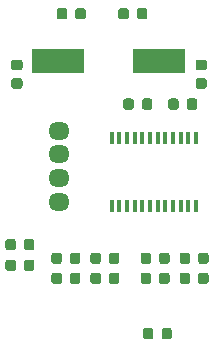
<source format=gtp>
G04 #@! TF.GenerationSoftware,KiCad,Pcbnew,(5.1.2)-1*
G04 #@! TF.CreationDate,2019-11-04T01:50:09+09:00*
G04 #@! TF.ProjectId,IR,49522e6b-6963-4616-945f-706362585858,v1.1*
G04 #@! TF.SameCoordinates,Original*
G04 #@! TF.FileFunction,Paste,Top*
G04 #@! TF.FilePolarity,Positive*
%FSLAX46Y46*%
G04 Gerber Fmt 4.6, Leading zero omitted, Abs format (unit mm)*
G04 Created by KiCad (PCBNEW (5.1.2)-1) date 2019-11-04 01:50:09*
%MOMM*%
%LPD*%
G04 APERTURE LIST*
%ADD10O,1.800000X1.524000*%
%ADD11C,0.050000*%
%ADD12C,0.875000*%
%ADD13R,4.500000X2.000000*%
%ADD14R,0.400000X1.100000*%
G04 APERTURE END LIST*
D10*
X185200000Y-114000000D03*
X185200000Y-112000000D03*
X185200000Y-110000000D03*
X185200000Y-108000000D03*
D11*
G36*
X192865691Y-105276053D02*
G01*
X192886926Y-105279203D01*
X192907750Y-105284419D01*
X192927962Y-105291651D01*
X192947368Y-105300830D01*
X192965781Y-105311866D01*
X192983024Y-105324654D01*
X192998930Y-105339070D01*
X193013346Y-105354976D01*
X193026134Y-105372219D01*
X193037170Y-105390632D01*
X193046349Y-105410038D01*
X193053581Y-105430250D01*
X193058797Y-105451074D01*
X193061947Y-105472309D01*
X193063000Y-105493750D01*
X193063000Y-106006250D01*
X193061947Y-106027691D01*
X193058797Y-106048926D01*
X193053581Y-106069750D01*
X193046349Y-106089962D01*
X193037170Y-106109368D01*
X193026134Y-106127781D01*
X193013346Y-106145024D01*
X192998930Y-106160930D01*
X192983024Y-106175346D01*
X192965781Y-106188134D01*
X192947368Y-106199170D01*
X192927962Y-106208349D01*
X192907750Y-106215581D01*
X192886926Y-106220797D01*
X192865691Y-106223947D01*
X192844250Y-106225000D01*
X192406750Y-106225000D01*
X192385309Y-106223947D01*
X192364074Y-106220797D01*
X192343250Y-106215581D01*
X192323038Y-106208349D01*
X192303632Y-106199170D01*
X192285219Y-106188134D01*
X192267976Y-106175346D01*
X192252070Y-106160930D01*
X192237654Y-106145024D01*
X192224866Y-106127781D01*
X192213830Y-106109368D01*
X192204651Y-106089962D01*
X192197419Y-106069750D01*
X192192203Y-106048926D01*
X192189053Y-106027691D01*
X192188000Y-106006250D01*
X192188000Y-105493750D01*
X192189053Y-105472309D01*
X192192203Y-105451074D01*
X192197419Y-105430250D01*
X192204651Y-105410038D01*
X192213830Y-105390632D01*
X192224866Y-105372219D01*
X192237654Y-105354976D01*
X192252070Y-105339070D01*
X192267976Y-105324654D01*
X192285219Y-105311866D01*
X192303632Y-105300830D01*
X192323038Y-105291651D01*
X192343250Y-105284419D01*
X192364074Y-105279203D01*
X192385309Y-105276053D01*
X192406750Y-105275000D01*
X192844250Y-105275000D01*
X192865691Y-105276053D01*
X192865691Y-105276053D01*
G37*
D12*
X192625500Y-105750000D03*
D11*
G36*
X191290691Y-105276053D02*
G01*
X191311926Y-105279203D01*
X191332750Y-105284419D01*
X191352962Y-105291651D01*
X191372368Y-105300830D01*
X191390781Y-105311866D01*
X191408024Y-105324654D01*
X191423930Y-105339070D01*
X191438346Y-105354976D01*
X191451134Y-105372219D01*
X191462170Y-105390632D01*
X191471349Y-105410038D01*
X191478581Y-105430250D01*
X191483797Y-105451074D01*
X191486947Y-105472309D01*
X191488000Y-105493750D01*
X191488000Y-106006250D01*
X191486947Y-106027691D01*
X191483797Y-106048926D01*
X191478581Y-106069750D01*
X191471349Y-106089962D01*
X191462170Y-106109368D01*
X191451134Y-106127781D01*
X191438346Y-106145024D01*
X191423930Y-106160930D01*
X191408024Y-106175346D01*
X191390781Y-106188134D01*
X191372368Y-106199170D01*
X191352962Y-106208349D01*
X191332750Y-106215581D01*
X191311926Y-106220797D01*
X191290691Y-106223947D01*
X191269250Y-106225000D01*
X190831750Y-106225000D01*
X190810309Y-106223947D01*
X190789074Y-106220797D01*
X190768250Y-106215581D01*
X190748038Y-106208349D01*
X190728632Y-106199170D01*
X190710219Y-106188134D01*
X190692976Y-106175346D01*
X190677070Y-106160930D01*
X190662654Y-106145024D01*
X190649866Y-106127781D01*
X190638830Y-106109368D01*
X190629651Y-106089962D01*
X190622419Y-106069750D01*
X190617203Y-106048926D01*
X190614053Y-106027691D01*
X190613000Y-106006250D01*
X190613000Y-105493750D01*
X190614053Y-105472309D01*
X190617203Y-105451074D01*
X190622419Y-105430250D01*
X190629651Y-105410038D01*
X190638830Y-105390632D01*
X190649866Y-105372219D01*
X190662654Y-105354976D01*
X190677070Y-105339070D01*
X190692976Y-105324654D01*
X190710219Y-105311866D01*
X190728632Y-105300830D01*
X190748038Y-105291651D01*
X190768250Y-105284419D01*
X190789074Y-105279203D01*
X190810309Y-105276053D01*
X190831750Y-105275000D01*
X191269250Y-105275000D01*
X191290691Y-105276053D01*
X191290691Y-105276053D01*
G37*
D12*
X191050500Y-105750000D03*
D11*
G36*
X197477691Y-101988053D02*
G01*
X197498926Y-101991203D01*
X197519750Y-101996419D01*
X197539962Y-102003651D01*
X197559368Y-102012830D01*
X197577781Y-102023866D01*
X197595024Y-102036654D01*
X197610930Y-102051070D01*
X197625346Y-102066976D01*
X197638134Y-102084219D01*
X197649170Y-102102632D01*
X197658349Y-102122038D01*
X197665581Y-102142250D01*
X197670797Y-102163074D01*
X197673947Y-102184309D01*
X197675000Y-102205750D01*
X197675000Y-102643250D01*
X197673947Y-102664691D01*
X197670797Y-102685926D01*
X197665581Y-102706750D01*
X197658349Y-102726962D01*
X197649170Y-102746368D01*
X197638134Y-102764781D01*
X197625346Y-102782024D01*
X197610930Y-102797930D01*
X197595024Y-102812346D01*
X197577781Y-102825134D01*
X197559368Y-102836170D01*
X197539962Y-102845349D01*
X197519750Y-102852581D01*
X197498926Y-102857797D01*
X197477691Y-102860947D01*
X197456250Y-102862000D01*
X196943750Y-102862000D01*
X196922309Y-102860947D01*
X196901074Y-102857797D01*
X196880250Y-102852581D01*
X196860038Y-102845349D01*
X196840632Y-102836170D01*
X196822219Y-102825134D01*
X196804976Y-102812346D01*
X196789070Y-102797930D01*
X196774654Y-102782024D01*
X196761866Y-102764781D01*
X196750830Y-102746368D01*
X196741651Y-102726962D01*
X196734419Y-102706750D01*
X196729203Y-102685926D01*
X196726053Y-102664691D01*
X196725000Y-102643250D01*
X196725000Y-102205750D01*
X196726053Y-102184309D01*
X196729203Y-102163074D01*
X196734419Y-102142250D01*
X196741651Y-102122038D01*
X196750830Y-102102632D01*
X196761866Y-102084219D01*
X196774654Y-102066976D01*
X196789070Y-102051070D01*
X196804976Y-102036654D01*
X196822219Y-102023866D01*
X196840632Y-102012830D01*
X196860038Y-102003651D01*
X196880250Y-101996419D01*
X196901074Y-101991203D01*
X196922309Y-101988053D01*
X196943750Y-101987000D01*
X197456250Y-101987000D01*
X197477691Y-101988053D01*
X197477691Y-101988053D01*
G37*
D12*
X197200000Y-102424500D03*
D11*
G36*
X197477691Y-103563053D02*
G01*
X197498926Y-103566203D01*
X197519750Y-103571419D01*
X197539962Y-103578651D01*
X197559368Y-103587830D01*
X197577781Y-103598866D01*
X197595024Y-103611654D01*
X197610930Y-103626070D01*
X197625346Y-103641976D01*
X197638134Y-103659219D01*
X197649170Y-103677632D01*
X197658349Y-103697038D01*
X197665581Y-103717250D01*
X197670797Y-103738074D01*
X197673947Y-103759309D01*
X197675000Y-103780750D01*
X197675000Y-104218250D01*
X197673947Y-104239691D01*
X197670797Y-104260926D01*
X197665581Y-104281750D01*
X197658349Y-104301962D01*
X197649170Y-104321368D01*
X197638134Y-104339781D01*
X197625346Y-104357024D01*
X197610930Y-104372930D01*
X197595024Y-104387346D01*
X197577781Y-104400134D01*
X197559368Y-104411170D01*
X197539962Y-104420349D01*
X197519750Y-104427581D01*
X197498926Y-104432797D01*
X197477691Y-104435947D01*
X197456250Y-104437000D01*
X196943750Y-104437000D01*
X196922309Y-104435947D01*
X196901074Y-104432797D01*
X196880250Y-104427581D01*
X196860038Y-104420349D01*
X196840632Y-104411170D01*
X196822219Y-104400134D01*
X196804976Y-104387346D01*
X196789070Y-104372930D01*
X196774654Y-104357024D01*
X196761866Y-104339781D01*
X196750830Y-104321368D01*
X196741651Y-104301962D01*
X196734419Y-104281750D01*
X196729203Y-104260926D01*
X196726053Y-104239691D01*
X196725000Y-104218250D01*
X196725000Y-103780750D01*
X196726053Y-103759309D01*
X196729203Y-103738074D01*
X196734419Y-103717250D01*
X196741651Y-103697038D01*
X196750830Y-103677632D01*
X196761866Y-103659219D01*
X196774654Y-103641976D01*
X196789070Y-103626070D01*
X196804976Y-103611654D01*
X196822219Y-103598866D01*
X196840632Y-103587830D01*
X196860038Y-103578651D01*
X196880250Y-103571419D01*
X196901074Y-103566203D01*
X196922309Y-103563053D01*
X196943750Y-103562000D01*
X197456250Y-103562000D01*
X197477691Y-103563053D01*
X197477691Y-103563053D01*
G37*
D12*
X197200000Y-103999500D03*
D11*
G36*
X181877691Y-103563053D02*
G01*
X181898926Y-103566203D01*
X181919750Y-103571419D01*
X181939962Y-103578651D01*
X181959368Y-103587830D01*
X181977781Y-103598866D01*
X181995024Y-103611654D01*
X182010930Y-103626070D01*
X182025346Y-103641976D01*
X182038134Y-103659219D01*
X182049170Y-103677632D01*
X182058349Y-103697038D01*
X182065581Y-103717250D01*
X182070797Y-103738074D01*
X182073947Y-103759309D01*
X182075000Y-103780750D01*
X182075000Y-104218250D01*
X182073947Y-104239691D01*
X182070797Y-104260926D01*
X182065581Y-104281750D01*
X182058349Y-104301962D01*
X182049170Y-104321368D01*
X182038134Y-104339781D01*
X182025346Y-104357024D01*
X182010930Y-104372930D01*
X181995024Y-104387346D01*
X181977781Y-104400134D01*
X181959368Y-104411170D01*
X181939962Y-104420349D01*
X181919750Y-104427581D01*
X181898926Y-104432797D01*
X181877691Y-104435947D01*
X181856250Y-104437000D01*
X181343750Y-104437000D01*
X181322309Y-104435947D01*
X181301074Y-104432797D01*
X181280250Y-104427581D01*
X181260038Y-104420349D01*
X181240632Y-104411170D01*
X181222219Y-104400134D01*
X181204976Y-104387346D01*
X181189070Y-104372930D01*
X181174654Y-104357024D01*
X181161866Y-104339781D01*
X181150830Y-104321368D01*
X181141651Y-104301962D01*
X181134419Y-104281750D01*
X181129203Y-104260926D01*
X181126053Y-104239691D01*
X181125000Y-104218250D01*
X181125000Y-103780750D01*
X181126053Y-103759309D01*
X181129203Y-103738074D01*
X181134419Y-103717250D01*
X181141651Y-103697038D01*
X181150830Y-103677632D01*
X181161866Y-103659219D01*
X181174654Y-103641976D01*
X181189070Y-103626070D01*
X181204976Y-103611654D01*
X181222219Y-103598866D01*
X181240632Y-103587830D01*
X181260038Y-103578651D01*
X181280250Y-103571419D01*
X181301074Y-103566203D01*
X181322309Y-103563053D01*
X181343750Y-103562000D01*
X181856250Y-103562000D01*
X181877691Y-103563053D01*
X181877691Y-103563053D01*
G37*
D12*
X181600000Y-103999500D03*
D11*
G36*
X181877691Y-101988053D02*
G01*
X181898926Y-101991203D01*
X181919750Y-101996419D01*
X181939962Y-102003651D01*
X181959368Y-102012830D01*
X181977781Y-102023866D01*
X181995024Y-102036654D01*
X182010930Y-102051070D01*
X182025346Y-102066976D01*
X182038134Y-102084219D01*
X182049170Y-102102632D01*
X182058349Y-102122038D01*
X182065581Y-102142250D01*
X182070797Y-102163074D01*
X182073947Y-102184309D01*
X182075000Y-102205750D01*
X182075000Y-102643250D01*
X182073947Y-102664691D01*
X182070797Y-102685926D01*
X182065581Y-102706750D01*
X182058349Y-102726962D01*
X182049170Y-102746368D01*
X182038134Y-102764781D01*
X182025346Y-102782024D01*
X182010930Y-102797930D01*
X181995024Y-102812346D01*
X181977781Y-102825134D01*
X181959368Y-102836170D01*
X181939962Y-102845349D01*
X181919750Y-102852581D01*
X181898926Y-102857797D01*
X181877691Y-102860947D01*
X181856250Y-102862000D01*
X181343750Y-102862000D01*
X181322309Y-102860947D01*
X181301074Y-102857797D01*
X181280250Y-102852581D01*
X181260038Y-102845349D01*
X181240632Y-102836170D01*
X181222219Y-102825134D01*
X181204976Y-102812346D01*
X181189070Y-102797930D01*
X181174654Y-102782024D01*
X181161866Y-102764781D01*
X181150830Y-102746368D01*
X181141651Y-102726962D01*
X181134419Y-102706750D01*
X181129203Y-102685926D01*
X181126053Y-102664691D01*
X181125000Y-102643250D01*
X181125000Y-102205750D01*
X181126053Y-102184309D01*
X181129203Y-102163074D01*
X181134419Y-102142250D01*
X181141651Y-102122038D01*
X181150830Y-102102632D01*
X181161866Y-102084219D01*
X181174654Y-102066976D01*
X181189070Y-102051070D01*
X181204976Y-102036654D01*
X181222219Y-102023866D01*
X181240632Y-102012830D01*
X181260038Y-102003651D01*
X181280250Y-101996419D01*
X181301074Y-101991203D01*
X181322309Y-101988053D01*
X181343750Y-101987000D01*
X181856250Y-101987000D01*
X181877691Y-101988053D01*
X181877691Y-101988053D01*
G37*
D12*
X181600000Y-102424500D03*
D11*
G36*
X187227691Y-97626053D02*
G01*
X187248926Y-97629203D01*
X187269750Y-97634419D01*
X187289962Y-97641651D01*
X187309368Y-97650830D01*
X187327781Y-97661866D01*
X187345024Y-97674654D01*
X187360930Y-97689070D01*
X187375346Y-97704976D01*
X187388134Y-97722219D01*
X187399170Y-97740632D01*
X187408349Y-97760038D01*
X187415581Y-97780250D01*
X187420797Y-97801074D01*
X187423947Y-97822309D01*
X187425000Y-97843750D01*
X187425000Y-98356250D01*
X187423947Y-98377691D01*
X187420797Y-98398926D01*
X187415581Y-98419750D01*
X187408349Y-98439962D01*
X187399170Y-98459368D01*
X187388134Y-98477781D01*
X187375346Y-98495024D01*
X187360930Y-98510930D01*
X187345024Y-98525346D01*
X187327781Y-98538134D01*
X187309368Y-98549170D01*
X187289962Y-98558349D01*
X187269750Y-98565581D01*
X187248926Y-98570797D01*
X187227691Y-98573947D01*
X187206250Y-98575000D01*
X186768750Y-98575000D01*
X186747309Y-98573947D01*
X186726074Y-98570797D01*
X186705250Y-98565581D01*
X186685038Y-98558349D01*
X186665632Y-98549170D01*
X186647219Y-98538134D01*
X186629976Y-98525346D01*
X186614070Y-98510930D01*
X186599654Y-98495024D01*
X186586866Y-98477781D01*
X186575830Y-98459368D01*
X186566651Y-98439962D01*
X186559419Y-98419750D01*
X186554203Y-98398926D01*
X186551053Y-98377691D01*
X186550000Y-98356250D01*
X186550000Y-97843750D01*
X186551053Y-97822309D01*
X186554203Y-97801074D01*
X186559419Y-97780250D01*
X186566651Y-97760038D01*
X186575830Y-97740632D01*
X186586866Y-97722219D01*
X186599654Y-97704976D01*
X186614070Y-97689070D01*
X186629976Y-97674654D01*
X186647219Y-97661866D01*
X186665632Y-97650830D01*
X186685038Y-97641651D01*
X186705250Y-97634419D01*
X186726074Y-97629203D01*
X186747309Y-97626053D01*
X186768750Y-97625000D01*
X187206250Y-97625000D01*
X187227691Y-97626053D01*
X187227691Y-97626053D01*
G37*
D12*
X186987500Y-98100000D03*
D11*
G36*
X185652691Y-97626053D02*
G01*
X185673926Y-97629203D01*
X185694750Y-97634419D01*
X185714962Y-97641651D01*
X185734368Y-97650830D01*
X185752781Y-97661866D01*
X185770024Y-97674654D01*
X185785930Y-97689070D01*
X185800346Y-97704976D01*
X185813134Y-97722219D01*
X185824170Y-97740632D01*
X185833349Y-97760038D01*
X185840581Y-97780250D01*
X185845797Y-97801074D01*
X185848947Y-97822309D01*
X185850000Y-97843750D01*
X185850000Y-98356250D01*
X185848947Y-98377691D01*
X185845797Y-98398926D01*
X185840581Y-98419750D01*
X185833349Y-98439962D01*
X185824170Y-98459368D01*
X185813134Y-98477781D01*
X185800346Y-98495024D01*
X185785930Y-98510930D01*
X185770024Y-98525346D01*
X185752781Y-98538134D01*
X185734368Y-98549170D01*
X185714962Y-98558349D01*
X185694750Y-98565581D01*
X185673926Y-98570797D01*
X185652691Y-98573947D01*
X185631250Y-98575000D01*
X185193750Y-98575000D01*
X185172309Y-98573947D01*
X185151074Y-98570797D01*
X185130250Y-98565581D01*
X185110038Y-98558349D01*
X185090632Y-98549170D01*
X185072219Y-98538134D01*
X185054976Y-98525346D01*
X185039070Y-98510930D01*
X185024654Y-98495024D01*
X185011866Y-98477781D01*
X185000830Y-98459368D01*
X184991651Y-98439962D01*
X184984419Y-98419750D01*
X184979203Y-98398926D01*
X184976053Y-98377691D01*
X184975000Y-98356250D01*
X184975000Y-97843750D01*
X184976053Y-97822309D01*
X184979203Y-97801074D01*
X184984419Y-97780250D01*
X184991651Y-97760038D01*
X185000830Y-97740632D01*
X185011866Y-97722219D01*
X185024654Y-97704976D01*
X185039070Y-97689070D01*
X185054976Y-97674654D01*
X185072219Y-97661866D01*
X185090632Y-97650830D01*
X185110038Y-97641651D01*
X185130250Y-97634419D01*
X185151074Y-97629203D01*
X185172309Y-97626053D01*
X185193750Y-97625000D01*
X185631250Y-97625000D01*
X185652691Y-97626053D01*
X185652691Y-97626053D01*
G37*
D12*
X185412500Y-98100000D03*
D11*
G36*
X188502691Y-120026053D02*
G01*
X188523926Y-120029203D01*
X188544750Y-120034419D01*
X188564962Y-120041651D01*
X188584368Y-120050830D01*
X188602781Y-120061866D01*
X188620024Y-120074654D01*
X188635930Y-120089070D01*
X188650346Y-120104976D01*
X188663134Y-120122219D01*
X188674170Y-120140632D01*
X188683349Y-120160038D01*
X188690581Y-120180250D01*
X188695797Y-120201074D01*
X188698947Y-120222309D01*
X188700000Y-120243750D01*
X188700000Y-120756250D01*
X188698947Y-120777691D01*
X188695797Y-120798926D01*
X188690581Y-120819750D01*
X188683349Y-120839962D01*
X188674170Y-120859368D01*
X188663134Y-120877781D01*
X188650346Y-120895024D01*
X188635930Y-120910930D01*
X188620024Y-120925346D01*
X188602781Y-120938134D01*
X188584368Y-120949170D01*
X188564962Y-120958349D01*
X188544750Y-120965581D01*
X188523926Y-120970797D01*
X188502691Y-120973947D01*
X188481250Y-120975000D01*
X188043750Y-120975000D01*
X188022309Y-120973947D01*
X188001074Y-120970797D01*
X187980250Y-120965581D01*
X187960038Y-120958349D01*
X187940632Y-120949170D01*
X187922219Y-120938134D01*
X187904976Y-120925346D01*
X187889070Y-120910930D01*
X187874654Y-120895024D01*
X187861866Y-120877781D01*
X187850830Y-120859368D01*
X187841651Y-120839962D01*
X187834419Y-120819750D01*
X187829203Y-120798926D01*
X187826053Y-120777691D01*
X187825000Y-120756250D01*
X187825000Y-120243750D01*
X187826053Y-120222309D01*
X187829203Y-120201074D01*
X187834419Y-120180250D01*
X187841651Y-120160038D01*
X187850830Y-120140632D01*
X187861866Y-120122219D01*
X187874654Y-120104976D01*
X187889070Y-120089070D01*
X187904976Y-120074654D01*
X187922219Y-120061866D01*
X187940632Y-120050830D01*
X187960038Y-120041651D01*
X187980250Y-120034419D01*
X188001074Y-120029203D01*
X188022309Y-120026053D01*
X188043750Y-120025000D01*
X188481250Y-120025000D01*
X188502691Y-120026053D01*
X188502691Y-120026053D01*
G37*
D12*
X188262500Y-120500000D03*
D11*
G36*
X190077691Y-120026053D02*
G01*
X190098926Y-120029203D01*
X190119750Y-120034419D01*
X190139962Y-120041651D01*
X190159368Y-120050830D01*
X190177781Y-120061866D01*
X190195024Y-120074654D01*
X190210930Y-120089070D01*
X190225346Y-120104976D01*
X190238134Y-120122219D01*
X190249170Y-120140632D01*
X190258349Y-120160038D01*
X190265581Y-120180250D01*
X190270797Y-120201074D01*
X190273947Y-120222309D01*
X190275000Y-120243750D01*
X190275000Y-120756250D01*
X190273947Y-120777691D01*
X190270797Y-120798926D01*
X190265581Y-120819750D01*
X190258349Y-120839962D01*
X190249170Y-120859368D01*
X190238134Y-120877781D01*
X190225346Y-120895024D01*
X190210930Y-120910930D01*
X190195024Y-120925346D01*
X190177781Y-120938134D01*
X190159368Y-120949170D01*
X190139962Y-120958349D01*
X190119750Y-120965581D01*
X190098926Y-120970797D01*
X190077691Y-120973947D01*
X190056250Y-120975000D01*
X189618750Y-120975000D01*
X189597309Y-120973947D01*
X189576074Y-120970797D01*
X189555250Y-120965581D01*
X189535038Y-120958349D01*
X189515632Y-120949170D01*
X189497219Y-120938134D01*
X189479976Y-120925346D01*
X189464070Y-120910930D01*
X189449654Y-120895024D01*
X189436866Y-120877781D01*
X189425830Y-120859368D01*
X189416651Y-120839962D01*
X189409419Y-120819750D01*
X189404203Y-120798926D01*
X189401053Y-120777691D01*
X189400000Y-120756250D01*
X189400000Y-120243750D01*
X189401053Y-120222309D01*
X189404203Y-120201074D01*
X189409419Y-120180250D01*
X189416651Y-120160038D01*
X189425830Y-120140632D01*
X189436866Y-120122219D01*
X189449654Y-120104976D01*
X189464070Y-120089070D01*
X189479976Y-120074654D01*
X189497219Y-120061866D01*
X189515632Y-120050830D01*
X189535038Y-120041651D01*
X189555250Y-120034419D01*
X189576074Y-120029203D01*
X189597309Y-120026053D01*
X189618750Y-120025000D01*
X190056250Y-120025000D01*
X190077691Y-120026053D01*
X190077691Y-120026053D01*
G37*
D12*
X189837500Y-120500000D03*
D11*
G36*
X186777691Y-120026053D02*
G01*
X186798926Y-120029203D01*
X186819750Y-120034419D01*
X186839962Y-120041651D01*
X186859368Y-120050830D01*
X186877781Y-120061866D01*
X186895024Y-120074654D01*
X186910930Y-120089070D01*
X186925346Y-120104976D01*
X186938134Y-120122219D01*
X186949170Y-120140632D01*
X186958349Y-120160038D01*
X186965581Y-120180250D01*
X186970797Y-120201074D01*
X186973947Y-120222309D01*
X186975000Y-120243750D01*
X186975000Y-120756250D01*
X186973947Y-120777691D01*
X186970797Y-120798926D01*
X186965581Y-120819750D01*
X186958349Y-120839962D01*
X186949170Y-120859368D01*
X186938134Y-120877781D01*
X186925346Y-120895024D01*
X186910930Y-120910930D01*
X186895024Y-120925346D01*
X186877781Y-120938134D01*
X186859368Y-120949170D01*
X186839962Y-120958349D01*
X186819750Y-120965581D01*
X186798926Y-120970797D01*
X186777691Y-120973947D01*
X186756250Y-120975000D01*
X186318750Y-120975000D01*
X186297309Y-120973947D01*
X186276074Y-120970797D01*
X186255250Y-120965581D01*
X186235038Y-120958349D01*
X186215632Y-120949170D01*
X186197219Y-120938134D01*
X186179976Y-120925346D01*
X186164070Y-120910930D01*
X186149654Y-120895024D01*
X186136866Y-120877781D01*
X186125830Y-120859368D01*
X186116651Y-120839962D01*
X186109419Y-120819750D01*
X186104203Y-120798926D01*
X186101053Y-120777691D01*
X186100000Y-120756250D01*
X186100000Y-120243750D01*
X186101053Y-120222309D01*
X186104203Y-120201074D01*
X186109419Y-120180250D01*
X186116651Y-120160038D01*
X186125830Y-120140632D01*
X186136866Y-120122219D01*
X186149654Y-120104976D01*
X186164070Y-120089070D01*
X186179976Y-120074654D01*
X186197219Y-120061866D01*
X186215632Y-120050830D01*
X186235038Y-120041651D01*
X186255250Y-120034419D01*
X186276074Y-120029203D01*
X186297309Y-120026053D01*
X186318750Y-120025000D01*
X186756250Y-120025000D01*
X186777691Y-120026053D01*
X186777691Y-120026053D01*
G37*
D12*
X186537500Y-120500000D03*
D11*
G36*
X185202691Y-120026053D02*
G01*
X185223926Y-120029203D01*
X185244750Y-120034419D01*
X185264962Y-120041651D01*
X185284368Y-120050830D01*
X185302781Y-120061866D01*
X185320024Y-120074654D01*
X185335930Y-120089070D01*
X185350346Y-120104976D01*
X185363134Y-120122219D01*
X185374170Y-120140632D01*
X185383349Y-120160038D01*
X185390581Y-120180250D01*
X185395797Y-120201074D01*
X185398947Y-120222309D01*
X185400000Y-120243750D01*
X185400000Y-120756250D01*
X185398947Y-120777691D01*
X185395797Y-120798926D01*
X185390581Y-120819750D01*
X185383349Y-120839962D01*
X185374170Y-120859368D01*
X185363134Y-120877781D01*
X185350346Y-120895024D01*
X185335930Y-120910930D01*
X185320024Y-120925346D01*
X185302781Y-120938134D01*
X185284368Y-120949170D01*
X185264962Y-120958349D01*
X185244750Y-120965581D01*
X185223926Y-120970797D01*
X185202691Y-120973947D01*
X185181250Y-120975000D01*
X184743750Y-120975000D01*
X184722309Y-120973947D01*
X184701074Y-120970797D01*
X184680250Y-120965581D01*
X184660038Y-120958349D01*
X184640632Y-120949170D01*
X184622219Y-120938134D01*
X184604976Y-120925346D01*
X184589070Y-120910930D01*
X184574654Y-120895024D01*
X184561866Y-120877781D01*
X184550830Y-120859368D01*
X184541651Y-120839962D01*
X184534419Y-120819750D01*
X184529203Y-120798926D01*
X184526053Y-120777691D01*
X184525000Y-120756250D01*
X184525000Y-120243750D01*
X184526053Y-120222309D01*
X184529203Y-120201074D01*
X184534419Y-120180250D01*
X184541651Y-120160038D01*
X184550830Y-120140632D01*
X184561866Y-120122219D01*
X184574654Y-120104976D01*
X184589070Y-120089070D01*
X184604976Y-120074654D01*
X184622219Y-120061866D01*
X184640632Y-120050830D01*
X184660038Y-120041651D01*
X184680250Y-120034419D01*
X184701074Y-120029203D01*
X184722309Y-120026053D01*
X184743750Y-120025000D01*
X185181250Y-120025000D01*
X185202691Y-120026053D01*
X185202691Y-120026053D01*
G37*
D12*
X184962500Y-120500000D03*
D11*
G36*
X197627691Y-118326053D02*
G01*
X197648926Y-118329203D01*
X197669750Y-118334419D01*
X197689962Y-118341651D01*
X197709368Y-118350830D01*
X197727781Y-118361866D01*
X197745024Y-118374654D01*
X197760930Y-118389070D01*
X197775346Y-118404976D01*
X197788134Y-118422219D01*
X197799170Y-118440632D01*
X197808349Y-118460038D01*
X197815581Y-118480250D01*
X197820797Y-118501074D01*
X197823947Y-118522309D01*
X197825000Y-118543750D01*
X197825000Y-119056250D01*
X197823947Y-119077691D01*
X197820797Y-119098926D01*
X197815581Y-119119750D01*
X197808349Y-119139962D01*
X197799170Y-119159368D01*
X197788134Y-119177781D01*
X197775346Y-119195024D01*
X197760930Y-119210930D01*
X197745024Y-119225346D01*
X197727781Y-119238134D01*
X197709368Y-119249170D01*
X197689962Y-119258349D01*
X197669750Y-119265581D01*
X197648926Y-119270797D01*
X197627691Y-119273947D01*
X197606250Y-119275000D01*
X197168750Y-119275000D01*
X197147309Y-119273947D01*
X197126074Y-119270797D01*
X197105250Y-119265581D01*
X197085038Y-119258349D01*
X197065632Y-119249170D01*
X197047219Y-119238134D01*
X197029976Y-119225346D01*
X197014070Y-119210930D01*
X196999654Y-119195024D01*
X196986866Y-119177781D01*
X196975830Y-119159368D01*
X196966651Y-119139962D01*
X196959419Y-119119750D01*
X196954203Y-119098926D01*
X196951053Y-119077691D01*
X196950000Y-119056250D01*
X196950000Y-118543750D01*
X196951053Y-118522309D01*
X196954203Y-118501074D01*
X196959419Y-118480250D01*
X196966651Y-118460038D01*
X196975830Y-118440632D01*
X196986866Y-118422219D01*
X196999654Y-118404976D01*
X197014070Y-118389070D01*
X197029976Y-118374654D01*
X197047219Y-118361866D01*
X197065632Y-118350830D01*
X197085038Y-118341651D01*
X197105250Y-118334419D01*
X197126074Y-118329203D01*
X197147309Y-118326053D01*
X197168750Y-118325000D01*
X197606250Y-118325000D01*
X197627691Y-118326053D01*
X197627691Y-118326053D01*
G37*
D12*
X197387500Y-118800000D03*
D11*
G36*
X196052691Y-118326053D02*
G01*
X196073926Y-118329203D01*
X196094750Y-118334419D01*
X196114962Y-118341651D01*
X196134368Y-118350830D01*
X196152781Y-118361866D01*
X196170024Y-118374654D01*
X196185930Y-118389070D01*
X196200346Y-118404976D01*
X196213134Y-118422219D01*
X196224170Y-118440632D01*
X196233349Y-118460038D01*
X196240581Y-118480250D01*
X196245797Y-118501074D01*
X196248947Y-118522309D01*
X196250000Y-118543750D01*
X196250000Y-119056250D01*
X196248947Y-119077691D01*
X196245797Y-119098926D01*
X196240581Y-119119750D01*
X196233349Y-119139962D01*
X196224170Y-119159368D01*
X196213134Y-119177781D01*
X196200346Y-119195024D01*
X196185930Y-119210930D01*
X196170024Y-119225346D01*
X196152781Y-119238134D01*
X196134368Y-119249170D01*
X196114962Y-119258349D01*
X196094750Y-119265581D01*
X196073926Y-119270797D01*
X196052691Y-119273947D01*
X196031250Y-119275000D01*
X195593750Y-119275000D01*
X195572309Y-119273947D01*
X195551074Y-119270797D01*
X195530250Y-119265581D01*
X195510038Y-119258349D01*
X195490632Y-119249170D01*
X195472219Y-119238134D01*
X195454976Y-119225346D01*
X195439070Y-119210930D01*
X195424654Y-119195024D01*
X195411866Y-119177781D01*
X195400830Y-119159368D01*
X195391651Y-119139962D01*
X195384419Y-119119750D01*
X195379203Y-119098926D01*
X195376053Y-119077691D01*
X195375000Y-119056250D01*
X195375000Y-118543750D01*
X195376053Y-118522309D01*
X195379203Y-118501074D01*
X195384419Y-118480250D01*
X195391651Y-118460038D01*
X195400830Y-118440632D01*
X195411866Y-118422219D01*
X195424654Y-118404976D01*
X195439070Y-118389070D01*
X195454976Y-118374654D01*
X195472219Y-118361866D01*
X195490632Y-118350830D01*
X195510038Y-118341651D01*
X195530250Y-118334419D01*
X195551074Y-118329203D01*
X195572309Y-118326053D01*
X195593750Y-118325000D01*
X196031250Y-118325000D01*
X196052691Y-118326053D01*
X196052691Y-118326053D01*
G37*
D12*
X195812500Y-118800000D03*
D11*
G36*
X192752691Y-118326053D02*
G01*
X192773926Y-118329203D01*
X192794750Y-118334419D01*
X192814962Y-118341651D01*
X192834368Y-118350830D01*
X192852781Y-118361866D01*
X192870024Y-118374654D01*
X192885930Y-118389070D01*
X192900346Y-118404976D01*
X192913134Y-118422219D01*
X192924170Y-118440632D01*
X192933349Y-118460038D01*
X192940581Y-118480250D01*
X192945797Y-118501074D01*
X192948947Y-118522309D01*
X192950000Y-118543750D01*
X192950000Y-119056250D01*
X192948947Y-119077691D01*
X192945797Y-119098926D01*
X192940581Y-119119750D01*
X192933349Y-119139962D01*
X192924170Y-119159368D01*
X192913134Y-119177781D01*
X192900346Y-119195024D01*
X192885930Y-119210930D01*
X192870024Y-119225346D01*
X192852781Y-119238134D01*
X192834368Y-119249170D01*
X192814962Y-119258349D01*
X192794750Y-119265581D01*
X192773926Y-119270797D01*
X192752691Y-119273947D01*
X192731250Y-119275000D01*
X192293750Y-119275000D01*
X192272309Y-119273947D01*
X192251074Y-119270797D01*
X192230250Y-119265581D01*
X192210038Y-119258349D01*
X192190632Y-119249170D01*
X192172219Y-119238134D01*
X192154976Y-119225346D01*
X192139070Y-119210930D01*
X192124654Y-119195024D01*
X192111866Y-119177781D01*
X192100830Y-119159368D01*
X192091651Y-119139962D01*
X192084419Y-119119750D01*
X192079203Y-119098926D01*
X192076053Y-119077691D01*
X192075000Y-119056250D01*
X192075000Y-118543750D01*
X192076053Y-118522309D01*
X192079203Y-118501074D01*
X192084419Y-118480250D01*
X192091651Y-118460038D01*
X192100830Y-118440632D01*
X192111866Y-118422219D01*
X192124654Y-118404976D01*
X192139070Y-118389070D01*
X192154976Y-118374654D01*
X192172219Y-118361866D01*
X192190632Y-118350830D01*
X192210038Y-118341651D01*
X192230250Y-118334419D01*
X192251074Y-118329203D01*
X192272309Y-118326053D01*
X192293750Y-118325000D01*
X192731250Y-118325000D01*
X192752691Y-118326053D01*
X192752691Y-118326053D01*
G37*
D12*
X192512500Y-118800000D03*
D11*
G36*
X194327691Y-118326053D02*
G01*
X194348926Y-118329203D01*
X194369750Y-118334419D01*
X194389962Y-118341651D01*
X194409368Y-118350830D01*
X194427781Y-118361866D01*
X194445024Y-118374654D01*
X194460930Y-118389070D01*
X194475346Y-118404976D01*
X194488134Y-118422219D01*
X194499170Y-118440632D01*
X194508349Y-118460038D01*
X194515581Y-118480250D01*
X194520797Y-118501074D01*
X194523947Y-118522309D01*
X194525000Y-118543750D01*
X194525000Y-119056250D01*
X194523947Y-119077691D01*
X194520797Y-119098926D01*
X194515581Y-119119750D01*
X194508349Y-119139962D01*
X194499170Y-119159368D01*
X194488134Y-119177781D01*
X194475346Y-119195024D01*
X194460930Y-119210930D01*
X194445024Y-119225346D01*
X194427781Y-119238134D01*
X194409368Y-119249170D01*
X194389962Y-119258349D01*
X194369750Y-119265581D01*
X194348926Y-119270797D01*
X194327691Y-119273947D01*
X194306250Y-119275000D01*
X193868750Y-119275000D01*
X193847309Y-119273947D01*
X193826074Y-119270797D01*
X193805250Y-119265581D01*
X193785038Y-119258349D01*
X193765632Y-119249170D01*
X193747219Y-119238134D01*
X193729976Y-119225346D01*
X193714070Y-119210930D01*
X193699654Y-119195024D01*
X193686866Y-119177781D01*
X193675830Y-119159368D01*
X193666651Y-119139962D01*
X193659419Y-119119750D01*
X193654203Y-119098926D01*
X193651053Y-119077691D01*
X193650000Y-119056250D01*
X193650000Y-118543750D01*
X193651053Y-118522309D01*
X193654203Y-118501074D01*
X193659419Y-118480250D01*
X193666651Y-118460038D01*
X193675830Y-118440632D01*
X193686866Y-118422219D01*
X193699654Y-118404976D01*
X193714070Y-118389070D01*
X193729976Y-118374654D01*
X193747219Y-118361866D01*
X193765632Y-118350830D01*
X193785038Y-118341651D01*
X193805250Y-118334419D01*
X193826074Y-118329203D01*
X193847309Y-118326053D01*
X193868750Y-118325000D01*
X194306250Y-118325000D01*
X194327691Y-118326053D01*
X194327691Y-118326053D01*
G37*
D12*
X194087500Y-118800000D03*
D11*
G36*
X182877691Y-117176053D02*
G01*
X182898926Y-117179203D01*
X182919750Y-117184419D01*
X182939962Y-117191651D01*
X182959368Y-117200830D01*
X182977781Y-117211866D01*
X182995024Y-117224654D01*
X183010930Y-117239070D01*
X183025346Y-117254976D01*
X183038134Y-117272219D01*
X183049170Y-117290632D01*
X183058349Y-117310038D01*
X183065581Y-117330250D01*
X183070797Y-117351074D01*
X183073947Y-117372309D01*
X183075000Y-117393750D01*
X183075000Y-117906250D01*
X183073947Y-117927691D01*
X183070797Y-117948926D01*
X183065581Y-117969750D01*
X183058349Y-117989962D01*
X183049170Y-118009368D01*
X183038134Y-118027781D01*
X183025346Y-118045024D01*
X183010930Y-118060930D01*
X182995024Y-118075346D01*
X182977781Y-118088134D01*
X182959368Y-118099170D01*
X182939962Y-118108349D01*
X182919750Y-118115581D01*
X182898926Y-118120797D01*
X182877691Y-118123947D01*
X182856250Y-118125000D01*
X182418750Y-118125000D01*
X182397309Y-118123947D01*
X182376074Y-118120797D01*
X182355250Y-118115581D01*
X182335038Y-118108349D01*
X182315632Y-118099170D01*
X182297219Y-118088134D01*
X182279976Y-118075346D01*
X182264070Y-118060930D01*
X182249654Y-118045024D01*
X182236866Y-118027781D01*
X182225830Y-118009368D01*
X182216651Y-117989962D01*
X182209419Y-117969750D01*
X182204203Y-117948926D01*
X182201053Y-117927691D01*
X182200000Y-117906250D01*
X182200000Y-117393750D01*
X182201053Y-117372309D01*
X182204203Y-117351074D01*
X182209419Y-117330250D01*
X182216651Y-117310038D01*
X182225830Y-117290632D01*
X182236866Y-117272219D01*
X182249654Y-117254976D01*
X182264070Y-117239070D01*
X182279976Y-117224654D01*
X182297219Y-117211866D01*
X182315632Y-117200830D01*
X182335038Y-117191651D01*
X182355250Y-117184419D01*
X182376074Y-117179203D01*
X182397309Y-117176053D01*
X182418750Y-117175000D01*
X182856250Y-117175000D01*
X182877691Y-117176053D01*
X182877691Y-117176053D01*
G37*
D12*
X182637500Y-117650000D03*
D11*
G36*
X181302691Y-117176053D02*
G01*
X181323926Y-117179203D01*
X181344750Y-117184419D01*
X181364962Y-117191651D01*
X181384368Y-117200830D01*
X181402781Y-117211866D01*
X181420024Y-117224654D01*
X181435930Y-117239070D01*
X181450346Y-117254976D01*
X181463134Y-117272219D01*
X181474170Y-117290632D01*
X181483349Y-117310038D01*
X181490581Y-117330250D01*
X181495797Y-117351074D01*
X181498947Y-117372309D01*
X181500000Y-117393750D01*
X181500000Y-117906250D01*
X181498947Y-117927691D01*
X181495797Y-117948926D01*
X181490581Y-117969750D01*
X181483349Y-117989962D01*
X181474170Y-118009368D01*
X181463134Y-118027781D01*
X181450346Y-118045024D01*
X181435930Y-118060930D01*
X181420024Y-118075346D01*
X181402781Y-118088134D01*
X181384368Y-118099170D01*
X181364962Y-118108349D01*
X181344750Y-118115581D01*
X181323926Y-118120797D01*
X181302691Y-118123947D01*
X181281250Y-118125000D01*
X180843750Y-118125000D01*
X180822309Y-118123947D01*
X180801074Y-118120797D01*
X180780250Y-118115581D01*
X180760038Y-118108349D01*
X180740632Y-118099170D01*
X180722219Y-118088134D01*
X180704976Y-118075346D01*
X180689070Y-118060930D01*
X180674654Y-118045024D01*
X180661866Y-118027781D01*
X180650830Y-118009368D01*
X180641651Y-117989962D01*
X180634419Y-117969750D01*
X180629203Y-117948926D01*
X180626053Y-117927691D01*
X180625000Y-117906250D01*
X180625000Y-117393750D01*
X180626053Y-117372309D01*
X180629203Y-117351074D01*
X180634419Y-117330250D01*
X180641651Y-117310038D01*
X180650830Y-117290632D01*
X180661866Y-117272219D01*
X180674654Y-117254976D01*
X180689070Y-117239070D01*
X180704976Y-117224654D01*
X180722219Y-117211866D01*
X180740632Y-117200830D01*
X180760038Y-117191651D01*
X180780250Y-117184419D01*
X180801074Y-117179203D01*
X180822309Y-117176053D01*
X180843750Y-117175000D01*
X181281250Y-117175000D01*
X181302691Y-117176053D01*
X181302691Y-117176053D01*
G37*
D12*
X181062500Y-117650000D03*
D11*
G36*
X188502691Y-118326053D02*
G01*
X188523926Y-118329203D01*
X188544750Y-118334419D01*
X188564962Y-118341651D01*
X188584368Y-118350830D01*
X188602781Y-118361866D01*
X188620024Y-118374654D01*
X188635930Y-118389070D01*
X188650346Y-118404976D01*
X188663134Y-118422219D01*
X188674170Y-118440632D01*
X188683349Y-118460038D01*
X188690581Y-118480250D01*
X188695797Y-118501074D01*
X188698947Y-118522309D01*
X188700000Y-118543750D01*
X188700000Y-119056250D01*
X188698947Y-119077691D01*
X188695797Y-119098926D01*
X188690581Y-119119750D01*
X188683349Y-119139962D01*
X188674170Y-119159368D01*
X188663134Y-119177781D01*
X188650346Y-119195024D01*
X188635930Y-119210930D01*
X188620024Y-119225346D01*
X188602781Y-119238134D01*
X188584368Y-119249170D01*
X188564962Y-119258349D01*
X188544750Y-119265581D01*
X188523926Y-119270797D01*
X188502691Y-119273947D01*
X188481250Y-119275000D01*
X188043750Y-119275000D01*
X188022309Y-119273947D01*
X188001074Y-119270797D01*
X187980250Y-119265581D01*
X187960038Y-119258349D01*
X187940632Y-119249170D01*
X187922219Y-119238134D01*
X187904976Y-119225346D01*
X187889070Y-119210930D01*
X187874654Y-119195024D01*
X187861866Y-119177781D01*
X187850830Y-119159368D01*
X187841651Y-119139962D01*
X187834419Y-119119750D01*
X187829203Y-119098926D01*
X187826053Y-119077691D01*
X187825000Y-119056250D01*
X187825000Y-118543750D01*
X187826053Y-118522309D01*
X187829203Y-118501074D01*
X187834419Y-118480250D01*
X187841651Y-118460038D01*
X187850830Y-118440632D01*
X187861866Y-118422219D01*
X187874654Y-118404976D01*
X187889070Y-118389070D01*
X187904976Y-118374654D01*
X187922219Y-118361866D01*
X187940632Y-118350830D01*
X187960038Y-118341651D01*
X187980250Y-118334419D01*
X188001074Y-118329203D01*
X188022309Y-118326053D01*
X188043750Y-118325000D01*
X188481250Y-118325000D01*
X188502691Y-118326053D01*
X188502691Y-118326053D01*
G37*
D12*
X188262500Y-118800000D03*
D11*
G36*
X190077691Y-118326053D02*
G01*
X190098926Y-118329203D01*
X190119750Y-118334419D01*
X190139962Y-118341651D01*
X190159368Y-118350830D01*
X190177781Y-118361866D01*
X190195024Y-118374654D01*
X190210930Y-118389070D01*
X190225346Y-118404976D01*
X190238134Y-118422219D01*
X190249170Y-118440632D01*
X190258349Y-118460038D01*
X190265581Y-118480250D01*
X190270797Y-118501074D01*
X190273947Y-118522309D01*
X190275000Y-118543750D01*
X190275000Y-119056250D01*
X190273947Y-119077691D01*
X190270797Y-119098926D01*
X190265581Y-119119750D01*
X190258349Y-119139962D01*
X190249170Y-119159368D01*
X190238134Y-119177781D01*
X190225346Y-119195024D01*
X190210930Y-119210930D01*
X190195024Y-119225346D01*
X190177781Y-119238134D01*
X190159368Y-119249170D01*
X190139962Y-119258349D01*
X190119750Y-119265581D01*
X190098926Y-119270797D01*
X190077691Y-119273947D01*
X190056250Y-119275000D01*
X189618750Y-119275000D01*
X189597309Y-119273947D01*
X189576074Y-119270797D01*
X189555250Y-119265581D01*
X189535038Y-119258349D01*
X189515632Y-119249170D01*
X189497219Y-119238134D01*
X189479976Y-119225346D01*
X189464070Y-119210930D01*
X189449654Y-119195024D01*
X189436866Y-119177781D01*
X189425830Y-119159368D01*
X189416651Y-119139962D01*
X189409419Y-119119750D01*
X189404203Y-119098926D01*
X189401053Y-119077691D01*
X189400000Y-119056250D01*
X189400000Y-118543750D01*
X189401053Y-118522309D01*
X189404203Y-118501074D01*
X189409419Y-118480250D01*
X189416651Y-118460038D01*
X189425830Y-118440632D01*
X189436866Y-118422219D01*
X189449654Y-118404976D01*
X189464070Y-118389070D01*
X189479976Y-118374654D01*
X189497219Y-118361866D01*
X189515632Y-118350830D01*
X189535038Y-118341651D01*
X189555250Y-118334419D01*
X189576074Y-118329203D01*
X189597309Y-118326053D01*
X189618750Y-118325000D01*
X190056250Y-118325000D01*
X190077691Y-118326053D01*
X190077691Y-118326053D01*
G37*
D12*
X189837500Y-118800000D03*
D11*
G36*
X186777691Y-118326053D02*
G01*
X186798926Y-118329203D01*
X186819750Y-118334419D01*
X186839962Y-118341651D01*
X186859368Y-118350830D01*
X186877781Y-118361866D01*
X186895024Y-118374654D01*
X186910930Y-118389070D01*
X186925346Y-118404976D01*
X186938134Y-118422219D01*
X186949170Y-118440632D01*
X186958349Y-118460038D01*
X186965581Y-118480250D01*
X186970797Y-118501074D01*
X186973947Y-118522309D01*
X186975000Y-118543750D01*
X186975000Y-119056250D01*
X186973947Y-119077691D01*
X186970797Y-119098926D01*
X186965581Y-119119750D01*
X186958349Y-119139962D01*
X186949170Y-119159368D01*
X186938134Y-119177781D01*
X186925346Y-119195024D01*
X186910930Y-119210930D01*
X186895024Y-119225346D01*
X186877781Y-119238134D01*
X186859368Y-119249170D01*
X186839962Y-119258349D01*
X186819750Y-119265581D01*
X186798926Y-119270797D01*
X186777691Y-119273947D01*
X186756250Y-119275000D01*
X186318750Y-119275000D01*
X186297309Y-119273947D01*
X186276074Y-119270797D01*
X186255250Y-119265581D01*
X186235038Y-119258349D01*
X186215632Y-119249170D01*
X186197219Y-119238134D01*
X186179976Y-119225346D01*
X186164070Y-119210930D01*
X186149654Y-119195024D01*
X186136866Y-119177781D01*
X186125830Y-119159368D01*
X186116651Y-119139962D01*
X186109419Y-119119750D01*
X186104203Y-119098926D01*
X186101053Y-119077691D01*
X186100000Y-119056250D01*
X186100000Y-118543750D01*
X186101053Y-118522309D01*
X186104203Y-118501074D01*
X186109419Y-118480250D01*
X186116651Y-118460038D01*
X186125830Y-118440632D01*
X186136866Y-118422219D01*
X186149654Y-118404976D01*
X186164070Y-118389070D01*
X186179976Y-118374654D01*
X186197219Y-118361866D01*
X186215632Y-118350830D01*
X186235038Y-118341651D01*
X186255250Y-118334419D01*
X186276074Y-118329203D01*
X186297309Y-118326053D01*
X186318750Y-118325000D01*
X186756250Y-118325000D01*
X186777691Y-118326053D01*
X186777691Y-118326053D01*
G37*
D12*
X186537500Y-118800000D03*
D11*
G36*
X185202691Y-118326053D02*
G01*
X185223926Y-118329203D01*
X185244750Y-118334419D01*
X185264962Y-118341651D01*
X185284368Y-118350830D01*
X185302781Y-118361866D01*
X185320024Y-118374654D01*
X185335930Y-118389070D01*
X185350346Y-118404976D01*
X185363134Y-118422219D01*
X185374170Y-118440632D01*
X185383349Y-118460038D01*
X185390581Y-118480250D01*
X185395797Y-118501074D01*
X185398947Y-118522309D01*
X185400000Y-118543750D01*
X185400000Y-119056250D01*
X185398947Y-119077691D01*
X185395797Y-119098926D01*
X185390581Y-119119750D01*
X185383349Y-119139962D01*
X185374170Y-119159368D01*
X185363134Y-119177781D01*
X185350346Y-119195024D01*
X185335930Y-119210930D01*
X185320024Y-119225346D01*
X185302781Y-119238134D01*
X185284368Y-119249170D01*
X185264962Y-119258349D01*
X185244750Y-119265581D01*
X185223926Y-119270797D01*
X185202691Y-119273947D01*
X185181250Y-119275000D01*
X184743750Y-119275000D01*
X184722309Y-119273947D01*
X184701074Y-119270797D01*
X184680250Y-119265581D01*
X184660038Y-119258349D01*
X184640632Y-119249170D01*
X184622219Y-119238134D01*
X184604976Y-119225346D01*
X184589070Y-119210930D01*
X184574654Y-119195024D01*
X184561866Y-119177781D01*
X184550830Y-119159368D01*
X184541651Y-119139962D01*
X184534419Y-119119750D01*
X184529203Y-119098926D01*
X184526053Y-119077691D01*
X184525000Y-119056250D01*
X184525000Y-118543750D01*
X184526053Y-118522309D01*
X184529203Y-118501074D01*
X184534419Y-118480250D01*
X184541651Y-118460038D01*
X184550830Y-118440632D01*
X184561866Y-118422219D01*
X184574654Y-118404976D01*
X184589070Y-118389070D01*
X184604976Y-118374654D01*
X184622219Y-118361866D01*
X184640632Y-118350830D01*
X184660038Y-118341651D01*
X184680250Y-118334419D01*
X184701074Y-118329203D01*
X184722309Y-118326053D01*
X184743750Y-118325000D01*
X185181250Y-118325000D01*
X185202691Y-118326053D01*
X185202691Y-118326053D01*
G37*
D12*
X184962500Y-118800000D03*
D11*
G36*
X181302691Y-118926053D02*
G01*
X181323926Y-118929203D01*
X181344750Y-118934419D01*
X181364962Y-118941651D01*
X181384368Y-118950830D01*
X181402781Y-118961866D01*
X181420024Y-118974654D01*
X181435930Y-118989070D01*
X181450346Y-119004976D01*
X181463134Y-119022219D01*
X181474170Y-119040632D01*
X181483349Y-119060038D01*
X181490581Y-119080250D01*
X181495797Y-119101074D01*
X181498947Y-119122309D01*
X181500000Y-119143750D01*
X181500000Y-119656250D01*
X181498947Y-119677691D01*
X181495797Y-119698926D01*
X181490581Y-119719750D01*
X181483349Y-119739962D01*
X181474170Y-119759368D01*
X181463134Y-119777781D01*
X181450346Y-119795024D01*
X181435930Y-119810930D01*
X181420024Y-119825346D01*
X181402781Y-119838134D01*
X181384368Y-119849170D01*
X181364962Y-119858349D01*
X181344750Y-119865581D01*
X181323926Y-119870797D01*
X181302691Y-119873947D01*
X181281250Y-119875000D01*
X180843750Y-119875000D01*
X180822309Y-119873947D01*
X180801074Y-119870797D01*
X180780250Y-119865581D01*
X180760038Y-119858349D01*
X180740632Y-119849170D01*
X180722219Y-119838134D01*
X180704976Y-119825346D01*
X180689070Y-119810930D01*
X180674654Y-119795024D01*
X180661866Y-119777781D01*
X180650830Y-119759368D01*
X180641651Y-119739962D01*
X180634419Y-119719750D01*
X180629203Y-119698926D01*
X180626053Y-119677691D01*
X180625000Y-119656250D01*
X180625000Y-119143750D01*
X180626053Y-119122309D01*
X180629203Y-119101074D01*
X180634419Y-119080250D01*
X180641651Y-119060038D01*
X180650830Y-119040632D01*
X180661866Y-119022219D01*
X180674654Y-119004976D01*
X180689070Y-118989070D01*
X180704976Y-118974654D01*
X180722219Y-118961866D01*
X180740632Y-118950830D01*
X180760038Y-118941651D01*
X180780250Y-118934419D01*
X180801074Y-118929203D01*
X180822309Y-118926053D01*
X180843750Y-118925000D01*
X181281250Y-118925000D01*
X181302691Y-118926053D01*
X181302691Y-118926053D01*
G37*
D12*
X181062500Y-119400000D03*
D11*
G36*
X182877691Y-118926053D02*
G01*
X182898926Y-118929203D01*
X182919750Y-118934419D01*
X182939962Y-118941651D01*
X182959368Y-118950830D01*
X182977781Y-118961866D01*
X182995024Y-118974654D01*
X183010930Y-118989070D01*
X183025346Y-119004976D01*
X183038134Y-119022219D01*
X183049170Y-119040632D01*
X183058349Y-119060038D01*
X183065581Y-119080250D01*
X183070797Y-119101074D01*
X183073947Y-119122309D01*
X183075000Y-119143750D01*
X183075000Y-119656250D01*
X183073947Y-119677691D01*
X183070797Y-119698926D01*
X183065581Y-119719750D01*
X183058349Y-119739962D01*
X183049170Y-119759368D01*
X183038134Y-119777781D01*
X183025346Y-119795024D01*
X183010930Y-119810930D01*
X182995024Y-119825346D01*
X182977781Y-119838134D01*
X182959368Y-119849170D01*
X182939962Y-119858349D01*
X182919750Y-119865581D01*
X182898926Y-119870797D01*
X182877691Y-119873947D01*
X182856250Y-119875000D01*
X182418750Y-119875000D01*
X182397309Y-119873947D01*
X182376074Y-119870797D01*
X182355250Y-119865581D01*
X182335038Y-119858349D01*
X182315632Y-119849170D01*
X182297219Y-119838134D01*
X182279976Y-119825346D01*
X182264070Y-119810930D01*
X182249654Y-119795024D01*
X182236866Y-119777781D01*
X182225830Y-119759368D01*
X182216651Y-119739962D01*
X182209419Y-119719750D01*
X182204203Y-119698926D01*
X182201053Y-119677691D01*
X182200000Y-119656250D01*
X182200000Y-119143750D01*
X182201053Y-119122309D01*
X182204203Y-119101074D01*
X182209419Y-119080250D01*
X182216651Y-119060038D01*
X182225830Y-119040632D01*
X182236866Y-119022219D01*
X182249654Y-119004976D01*
X182264070Y-118989070D01*
X182279976Y-118974654D01*
X182297219Y-118961866D01*
X182315632Y-118950830D01*
X182335038Y-118941651D01*
X182355250Y-118934419D01*
X182376074Y-118929203D01*
X182397309Y-118926053D01*
X182418750Y-118925000D01*
X182856250Y-118925000D01*
X182877691Y-118926053D01*
X182877691Y-118926053D01*
G37*
D12*
X182637500Y-119400000D03*
D11*
G36*
X197627691Y-120026053D02*
G01*
X197648926Y-120029203D01*
X197669750Y-120034419D01*
X197689962Y-120041651D01*
X197709368Y-120050830D01*
X197727781Y-120061866D01*
X197745024Y-120074654D01*
X197760930Y-120089070D01*
X197775346Y-120104976D01*
X197788134Y-120122219D01*
X197799170Y-120140632D01*
X197808349Y-120160038D01*
X197815581Y-120180250D01*
X197820797Y-120201074D01*
X197823947Y-120222309D01*
X197825000Y-120243750D01*
X197825000Y-120756250D01*
X197823947Y-120777691D01*
X197820797Y-120798926D01*
X197815581Y-120819750D01*
X197808349Y-120839962D01*
X197799170Y-120859368D01*
X197788134Y-120877781D01*
X197775346Y-120895024D01*
X197760930Y-120910930D01*
X197745024Y-120925346D01*
X197727781Y-120938134D01*
X197709368Y-120949170D01*
X197689962Y-120958349D01*
X197669750Y-120965581D01*
X197648926Y-120970797D01*
X197627691Y-120973947D01*
X197606250Y-120975000D01*
X197168750Y-120975000D01*
X197147309Y-120973947D01*
X197126074Y-120970797D01*
X197105250Y-120965581D01*
X197085038Y-120958349D01*
X197065632Y-120949170D01*
X197047219Y-120938134D01*
X197029976Y-120925346D01*
X197014070Y-120910930D01*
X196999654Y-120895024D01*
X196986866Y-120877781D01*
X196975830Y-120859368D01*
X196966651Y-120839962D01*
X196959419Y-120819750D01*
X196954203Y-120798926D01*
X196951053Y-120777691D01*
X196950000Y-120756250D01*
X196950000Y-120243750D01*
X196951053Y-120222309D01*
X196954203Y-120201074D01*
X196959419Y-120180250D01*
X196966651Y-120160038D01*
X196975830Y-120140632D01*
X196986866Y-120122219D01*
X196999654Y-120104976D01*
X197014070Y-120089070D01*
X197029976Y-120074654D01*
X197047219Y-120061866D01*
X197065632Y-120050830D01*
X197085038Y-120041651D01*
X197105250Y-120034419D01*
X197126074Y-120029203D01*
X197147309Y-120026053D01*
X197168750Y-120025000D01*
X197606250Y-120025000D01*
X197627691Y-120026053D01*
X197627691Y-120026053D01*
G37*
D12*
X197387500Y-120500000D03*
D11*
G36*
X196052691Y-120026053D02*
G01*
X196073926Y-120029203D01*
X196094750Y-120034419D01*
X196114962Y-120041651D01*
X196134368Y-120050830D01*
X196152781Y-120061866D01*
X196170024Y-120074654D01*
X196185930Y-120089070D01*
X196200346Y-120104976D01*
X196213134Y-120122219D01*
X196224170Y-120140632D01*
X196233349Y-120160038D01*
X196240581Y-120180250D01*
X196245797Y-120201074D01*
X196248947Y-120222309D01*
X196250000Y-120243750D01*
X196250000Y-120756250D01*
X196248947Y-120777691D01*
X196245797Y-120798926D01*
X196240581Y-120819750D01*
X196233349Y-120839962D01*
X196224170Y-120859368D01*
X196213134Y-120877781D01*
X196200346Y-120895024D01*
X196185930Y-120910930D01*
X196170024Y-120925346D01*
X196152781Y-120938134D01*
X196134368Y-120949170D01*
X196114962Y-120958349D01*
X196094750Y-120965581D01*
X196073926Y-120970797D01*
X196052691Y-120973947D01*
X196031250Y-120975000D01*
X195593750Y-120975000D01*
X195572309Y-120973947D01*
X195551074Y-120970797D01*
X195530250Y-120965581D01*
X195510038Y-120958349D01*
X195490632Y-120949170D01*
X195472219Y-120938134D01*
X195454976Y-120925346D01*
X195439070Y-120910930D01*
X195424654Y-120895024D01*
X195411866Y-120877781D01*
X195400830Y-120859368D01*
X195391651Y-120839962D01*
X195384419Y-120819750D01*
X195379203Y-120798926D01*
X195376053Y-120777691D01*
X195375000Y-120756250D01*
X195375000Y-120243750D01*
X195376053Y-120222309D01*
X195379203Y-120201074D01*
X195384419Y-120180250D01*
X195391651Y-120160038D01*
X195400830Y-120140632D01*
X195411866Y-120122219D01*
X195424654Y-120104976D01*
X195439070Y-120089070D01*
X195454976Y-120074654D01*
X195472219Y-120061866D01*
X195490632Y-120050830D01*
X195510038Y-120041651D01*
X195530250Y-120034419D01*
X195551074Y-120029203D01*
X195572309Y-120026053D01*
X195593750Y-120025000D01*
X196031250Y-120025000D01*
X196052691Y-120026053D01*
X196052691Y-120026053D01*
G37*
D12*
X195812500Y-120500000D03*
D11*
G36*
X192752691Y-120026053D02*
G01*
X192773926Y-120029203D01*
X192794750Y-120034419D01*
X192814962Y-120041651D01*
X192834368Y-120050830D01*
X192852781Y-120061866D01*
X192870024Y-120074654D01*
X192885930Y-120089070D01*
X192900346Y-120104976D01*
X192913134Y-120122219D01*
X192924170Y-120140632D01*
X192933349Y-120160038D01*
X192940581Y-120180250D01*
X192945797Y-120201074D01*
X192948947Y-120222309D01*
X192950000Y-120243750D01*
X192950000Y-120756250D01*
X192948947Y-120777691D01*
X192945797Y-120798926D01*
X192940581Y-120819750D01*
X192933349Y-120839962D01*
X192924170Y-120859368D01*
X192913134Y-120877781D01*
X192900346Y-120895024D01*
X192885930Y-120910930D01*
X192870024Y-120925346D01*
X192852781Y-120938134D01*
X192834368Y-120949170D01*
X192814962Y-120958349D01*
X192794750Y-120965581D01*
X192773926Y-120970797D01*
X192752691Y-120973947D01*
X192731250Y-120975000D01*
X192293750Y-120975000D01*
X192272309Y-120973947D01*
X192251074Y-120970797D01*
X192230250Y-120965581D01*
X192210038Y-120958349D01*
X192190632Y-120949170D01*
X192172219Y-120938134D01*
X192154976Y-120925346D01*
X192139070Y-120910930D01*
X192124654Y-120895024D01*
X192111866Y-120877781D01*
X192100830Y-120859368D01*
X192091651Y-120839962D01*
X192084419Y-120819750D01*
X192079203Y-120798926D01*
X192076053Y-120777691D01*
X192075000Y-120756250D01*
X192075000Y-120243750D01*
X192076053Y-120222309D01*
X192079203Y-120201074D01*
X192084419Y-120180250D01*
X192091651Y-120160038D01*
X192100830Y-120140632D01*
X192111866Y-120122219D01*
X192124654Y-120104976D01*
X192139070Y-120089070D01*
X192154976Y-120074654D01*
X192172219Y-120061866D01*
X192190632Y-120050830D01*
X192210038Y-120041651D01*
X192230250Y-120034419D01*
X192251074Y-120029203D01*
X192272309Y-120026053D01*
X192293750Y-120025000D01*
X192731250Y-120025000D01*
X192752691Y-120026053D01*
X192752691Y-120026053D01*
G37*
D12*
X192512500Y-120500000D03*
D11*
G36*
X194327691Y-120026053D02*
G01*
X194348926Y-120029203D01*
X194369750Y-120034419D01*
X194389962Y-120041651D01*
X194409368Y-120050830D01*
X194427781Y-120061866D01*
X194445024Y-120074654D01*
X194460930Y-120089070D01*
X194475346Y-120104976D01*
X194488134Y-120122219D01*
X194499170Y-120140632D01*
X194508349Y-120160038D01*
X194515581Y-120180250D01*
X194520797Y-120201074D01*
X194523947Y-120222309D01*
X194525000Y-120243750D01*
X194525000Y-120756250D01*
X194523947Y-120777691D01*
X194520797Y-120798926D01*
X194515581Y-120819750D01*
X194508349Y-120839962D01*
X194499170Y-120859368D01*
X194488134Y-120877781D01*
X194475346Y-120895024D01*
X194460930Y-120910930D01*
X194445024Y-120925346D01*
X194427781Y-120938134D01*
X194409368Y-120949170D01*
X194389962Y-120958349D01*
X194369750Y-120965581D01*
X194348926Y-120970797D01*
X194327691Y-120973947D01*
X194306250Y-120975000D01*
X193868750Y-120975000D01*
X193847309Y-120973947D01*
X193826074Y-120970797D01*
X193805250Y-120965581D01*
X193785038Y-120958349D01*
X193765632Y-120949170D01*
X193747219Y-120938134D01*
X193729976Y-120925346D01*
X193714070Y-120910930D01*
X193699654Y-120895024D01*
X193686866Y-120877781D01*
X193675830Y-120859368D01*
X193666651Y-120839962D01*
X193659419Y-120819750D01*
X193654203Y-120798926D01*
X193651053Y-120777691D01*
X193650000Y-120756250D01*
X193650000Y-120243750D01*
X193651053Y-120222309D01*
X193654203Y-120201074D01*
X193659419Y-120180250D01*
X193666651Y-120160038D01*
X193675830Y-120140632D01*
X193686866Y-120122219D01*
X193699654Y-120104976D01*
X193714070Y-120089070D01*
X193729976Y-120074654D01*
X193747219Y-120061866D01*
X193765632Y-120050830D01*
X193785038Y-120041651D01*
X193805250Y-120034419D01*
X193826074Y-120029203D01*
X193847309Y-120026053D01*
X193868750Y-120025000D01*
X194306250Y-120025000D01*
X194327691Y-120026053D01*
X194327691Y-120026053D01*
G37*
D12*
X194087500Y-120500000D03*
D11*
G36*
X192952691Y-124726053D02*
G01*
X192973926Y-124729203D01*
X192994750Y-124734419D01*
X193014962Y-124741651D01*
X193034368Y-124750830D01*
X193052781Y-124761866D01*
X193070024Y-124774654D01*
X193085930Y-124789070D01*
X193100346Y-124804976D01*
X193113134Y-124822219D01*
X193124170Y-124840632D01*
X193133349Y-124860038D01*
X193140581Y-124880250D01*
X193145797Y-124901074D01*
X193148947Y-124922309D01*
X193150000Y-124943750D01*
X193150000Y-125456250D01*
X193148947Y-125477691D01*
X193145797Y-125498926D01*
X193140581Y-125519750D01*
X193133349Y-125539962D01*
X193124170Y-125559368D01*
X193113134Y-125577781D01*
X193100346Y-125595024D01*
X193085930Y-125610930D01*
X193070024Y-125625346D01*
X193052781Y-125638134D01*
X193034368Y-125649170D01*
X193014962Y-125658349D01*
X192994750Y-125665581D01*
X192973926Y-125670797D01*
X192952691Y-125673947D01*
X192931250Y-125675000D01*
X192493750Y-125675000D01*
X192472309Y-125673947D01*
X192451074Y-125670797D01*
X192430250Y-125665581D01*
X192410038Y-125658349D01*
X192390632Y-125649170D01*
X192372219Y-125638134D01*
X192354976Y-125625346D01*
X192339070Y-125610930D01*
X192324654Y-125595024D01*
X192311866Y-125577781D01*
X192300830Y-125559368D01*
X192291651Y-125539962D01*
X192284419Y-125519750D01*
X192279203Y-125498926D01*
X192276053Y-125477691D01*
X192275000Y-125456250D01*
X192275000Y-124943750D01*
X192276053Y-124922309D01*
X192279203Y-124901074D01*
X192284419Y-124880250D01*
X192291651Y-124860038D01*
X192300830Y-124840632D01*
X192311866Y-124822219D01*
X192324654Y-124804976D01*
X192339070Y-124789070D01*
X192354976Y-124774654D01*
X192372219Y-124761866D01*
X192390632Y-124750830D01*
X192410038Y-124741651D01*
X192430250Y-124734419D01*
X192451074Y-124729203D01*
X192472309Y-124726053D01*
X192493750Y-124725000D01*
X192931250Y-124725000D01*
X192952691Y-124726053D01*
X192952691Y-124726053D01*
G37*
D12*
X192712500Y-125200000D03*
D11*
G36*
X194527691Y-124726053D02*
G01*
X194548926Y-124729203D01*
X194569750Y-124734419D01*
X194589962Y-124741651D01*
X194609368Y-124750830D01*
X194627781Y-124761866D01*
X194645024Y-124774654D01*
X194660930Y-124789070D01*
X194675346Y-124804976D01*
X194688134Y-124822219D01*
X194699170Y-124840632D01*
X194708349Y-124860038D01*
X194715581Y-124880250D01*
X194720797Y-124901074D01*
X194723947Y-124922309D01*
X194725000Y-124943750D01*
X194725000Y-125456250D01*
X194723947Y-125477691D01*
X194720797Y-125498926D01*
X194715581Y-125519750D01*
X194708349Y-125539962D01*
X194699170Y-125559368D01*
X194688134Y-125577781D01*
X194675346Y-125595024D01*
X194660930Y-125610930D01*
X194645024Y-125625346D01*
X194627781Y-125638134D01*
X194609368Y-125649170D01*
X194589962Y-125658349D01*
X194569750Y-125665581D01*
X194548926Y-125670797D01*
X194527691Y-125673947D01*
X194506250Y-125675000D01*
X194068750Y-125675000D01*
X194047309Y-125673947D01*
X194026074Y-125670797D01*
X194005250Y-125665581D01*
X193985038Y-125658349D01*
X193965632Y-125649170D01*
X193947219Y-125638134D01*
X193929976Y-125625346D01*
X193914070Y-125610930D01*
X193899654Y-125595024D01*
X193886866Y-125577781D01*
X193875830Y-125559368D01*
X193866651Y-125539962D01*
X193859419Y-125519750D01*
X193854203Y-125498926D01*
X193851053Y-125477691D01*
X193850000Y-125456250D01*
X193850000Y-124943750D01*
X193851053Y-124922309D01*
X193854203Y-124901074D01*
X193859419Y-124880250D01*
X193866651Y-124860038D01*
X193875830Y-124840632D01*
X193886866Y-124822219D01*
X193899654Y-124804976D01*
X193914070Y-124789070D01*
X193929976Y-124774654D01*
X193947219Y-124761866D01*
X193965632Y-124750830D01*
X193985038Y-124741651D01*
X194005250Y-124734419D01*
X194026074Y-124729203D01*
X194047309Y-124726053D01*
X194068750Y-124725000D01*
X194506250Y-124725000D01*
X194527691Y-124726053D01*
X194527691Y-124726053D01*
G37*
D12*
X194287500Y-125200000D03*
D11*
G36*
X195090691Y-105276053D02*
G01*
X195111926Y-105279203D01*
X195132750Y-105284419D01*
X195152962Y-105291651D01*
X195172368Y-105300830D01*
X195190781Y-105311866D01*
X195208024Y-105324654D01*
X195223930Y-105339070D01*
X195238346Y-105354976D01*
X195251134Y-105372219D01*
X195262170Y-105390632D01*
X195271349Y-105410038D01*
X195278581Y-105430250D01*
X195283797Y-105451074D01*
X195286947Y-105472309D01*
X195288000Y-105493750D01*
X195288000Y-106006250D01*
X195286947Y-106027691D01*
X195283797Y-106048926D01*
X195278581Y-106069750D01*
X195271349Y-106089962D01*
X195262170Y-106109368D01*
X195251134Y-106127781D01*
X195238346Y-106145024D01*
X195223930Y-106160930D01*
X195208024Y-106175346D01*
X195190781Y-106188134D01*
X195172368Y-106199170D01*
X195152962Y-106208349D01*
X195132750Y-106215581D01*
X195111926Y-106220797D01*
X195090691Y-106223947D01*
X195069250Y-106225000D01*
X194631750Y-106225000D01*
X194610309Y-106223947D01*
X194589074Y-106220797D01*
X194568250Y-106215581D01*
X194548038Y-106208349D01*
X194528632Y-106199170D01*
X194510219Y-106188134D01*
X194492976Y-106175346D01*
X194477070Y-106160930D01*
X194462654Y-106145024D01*
X194449866Y-106127781D01*
X194438830Y-106109368D01*
X194429651Y-106089962D01*
X194422419Y-106069750D01*
X194417203Y-106048926D01*
X194414053Y-106027691D01*
X194413000Y-106006250D01*
X194413000Y-105493750D01*
X194414053Y-105472309D01*
X194417203Y-105451074D01*
X194422419Y-105430250D01*
X194429651Y-105410038D01*
X194438830Y-105390632D01*
X194449866Y-105372219D01*
X194462654Y-105354976D01*
X194477070Y-105339070D01*
X194492976Y-105324654D01*
X194510219Y-105311866D01*
X194528632Y-105300830D01*
X194548038Y-105291651D01*
X194568250Y-105284419D01*
X194589074Y-105279203D01*
X194610309Y-105276053D01*
X194631750Y-105275000D01*
X195069250Y-105275000D01*
X195090691Y-105276053D01*
X195090691Y-105276053D01*
G37*
D12*
X194850500Y-105750000D03*
D11*
G36*
X196665691Y-105276053D02*
G01*
X196686926Y-105279203D01*
X196707750Y-105284419D01*
X196727962Y-105291651D01*
X196747368Y-105300830D01*
X196765781Y-105311866D01*
X196783024Y-105324654D01*
X196798930Y-105339070D01*
X196813346Y-105354976D01*
X196826134Y-105372219D01*
X196837170Y-105390632D01*
X196846349Y-105410038D01*
X196853581Y-105430250D01*
X196858797Y-105451074D01*
X196861947Y-105472309D01*
X196863000Y-105493750D01*
X196863000Y-106006250D01*
X196861947Y-106027691D01*
X196858797Y-106048926D01*
X196853581Y-106069750D01*
X196846349Y-106089962D01*
X196837170Y-106109368D01*
X196826134Y-106127781D01*
X196813346Y-106145024D01*
X196798930Y-106160930D01*
X196783024Y-106175346D01*
X196765781Y-106188134D01*
X196747368Y-106199170D01*
X196727962Y-106208349D01*
X196707750Y-106215581D01*
X196686926Y-106220797D01*
X196665691Y-106223947D01*
X196644250Y-106225000D01*
X196206750Y-106225000D01*
X196185309Y-106223947D01*
X196164074Y-106220797D01*
X196143250Y-106215581D01*
X196123038Y-106208349D01*
X196103632Y-106199170D01*
X196085219Y-106188134D01*
X196067976Y-106175346D01*
X196052070Y-106160930D01*
X196037654Y-106145024D01*
X196024866Y-106127781D01*
X196013830Y-106109368D01*
X196004651Y-106089962D01*
X195997419Y-106069750D01*
X195992203Y-106048926D01*
X195989053Y-106027691D01*
X195988000Y-106006250D01*
X195988000Y-105493750D01*
X195989053Y-105472309D01*
X195992203Y-105451074D01*
X195997419Y-105430250D01*
X196004651Y-105410038D01*
X196013830Y-105390632D01*
X196024866Y-105372219D01*
X196037654Y-105354976D01*
X196052070Y-105339070D01*
X196067976Y-105324654D01*
X196085219Y-105311866D01*
X196103632Y-105300830D01*
X196123038Y-105291651D01*
X196143250Y-105284419D01*
X196164074Y-105279203D01*
X196185309Y-105276053D01*
X196206750Y-105275000D01*
X196644250Y-105275000D01*
X196665691Y-105276053D01*
X196665691Y-105276053D01*
G37*
D12*
X196425500Y-105750000D03*
D11*
G36*
X190864691Y-97626053D02*
G01*
X190885926Y-97629203D01*
X190906750Y-97634419D01*
X190926962Y-97641651D01*
X190946368Y-97650830D01*
X190964781Y-97661866D01*
X190982024Y-97674654D01*
X190997930Y-97689070D01*
X191012346Y-97704976D01*
X191025134Y-97722219D01*
X191036170Y-97740632D01*
X191045349Y-97760038D01*
X191052581Y-97780250D01*
X191057797Y-97801074D01*
X191060947Y-97822309D01*
X191062000Y-97843750D01*
X191062000Y-98356250D01*
X191060947Y-98377691D01*
X191057797Y-98398926D01*
X191052581Y-98419750D01*
X191045349Y-98439962D01*
X191036170Y-98459368D01*
X191025134Y-98477781D01*
X191012346Y-98495024D01*
X190997930Y-98510930D01*
X190982024Y-98525346D01*
X190964781Y-98538134D01*
X190946368Y-98549170D01*
X190926962Y-98558349D01*
X190906750Y-98565581D01*
X190885926Y-98570797D01*
X190864691Y-98573947D01*
X190843250Y-98575000D01*
X190405750Y-98575000D01*
X190384309Y-98573947D01*
X190363074Y-98570797D01*
X190342250Y-98565581D01*
X190322038Y-98558349D01*
X190302632Y-98549170D01*
X190284219Y-98538134D01*
X190266976Y-98525346D01*
X190251070Y-98510930D01*
X190236654Y-98495024D01*
X190223866Y-98477781D01*
X190212830Y-98459368D01*
X190203651Y-98439962D01*
X190196419Y-98419750D01*
X190191203Y-98398926D01*
X190188053Y-98377691D01*
X190187000Y-98356250D01*
X190187000Y-97843750D01*
X190188053Y-97822309D01*
X190191203Y-97801074D01*
X190196419Y-97780250D01*
X190203651Y-97760038D01*
X190212830Y-97740632D01*
X190223866Y-97722219D01*
X190236654Y-97704976D01*
X190251070Y-97689070D01*
X190266976Y-97674654D01*
X190284219Y-97661866D01*
X190302632Y-97650830D01*
X190322038Y-97641651D01*
X190342250Y-97634419D01*
X190363074Y-97629203D01*
X190384309Y-97626053D01*
X190405750Y-97625000D01*
X190843250Y-97625000D01*
X190864691Y-97626053D01*
X190864691Y-97626053D01*
G37*
D12*
X190624500Y-98100000D03*
D11*
G36*
X192439691Y-97626053D02*
G01*
X192460926Y-97629203D01*
X192481750Y-97634419D01*
X192501962Y-97641651D01*
X192521368Y-97650830D01*
X192539781Y-97661866D01*
X192557024Y-97674654D01*
X192572930Y-97689070D01*
X192587346Y-97704976D01*
X192600134Y-97722219D01*
X192611170Y-97740632D01*
X192620349Y-97760038D01*
X192627581Y-97780250D01*
X192632797Y-97801074D01*
X192635947Y-97822309D01*
X192637000Y-97843750D01*
X192637000Y-98356250D01*
X192635947Y-98377691D01*
X192632797Y-98398926D01*
X192627581Y-98419750D01*
X192620349Y-98439962D01*
X192611170Y-98459368D01*
X192600134Y-98477781D01*
X192587346Y-98495024D01*
X192572930Y-98510930D01*
X192557024Y-98525346D01*
X192539781Y-98538134D01*
X192521368Y-98549170D01*
X192501962Y-98558349D01*
X192481750Y-98565581D01*
X192460926Y-98570797D01*
X192439691Y-98573947D01*
X192418250Y-98575000D01*
X191980750Y-98575000D01*
X191959309Y-98573947D01*
X191938074Y-98570797D01*
X191917250Y-98565581D01*
X191897038Y-98558349D01*
X191877632Y-98549170D01*
X191859219Y-98538134D01*
X191841976Y-98525346D01*
X191826070Y-98510930D01*
X191811654Y-98495024D01*
X191798866Y-98477781D01*
X191787830Y-98459368D01*
X191778651Y-98439962D01*
X191771419Y-98419750D01*
X191766203Y-98398926D01*
X191763053Y-98377691D01*
X191762000Y-98356250D01*
X191762000Y-97843750D01*
X191763053Y-97822309D01*
X191766203Y-97801074D01*
X191771419Y-97780250D01*
X191778651Y-97760038D01*
X191787830Y-97740632D01*
X191798866Y-97722219D01*
X191811654Y-97704976D01*
X191826070Y-97689070D01*
X191841976Y-97674654D01*
X191859219Y-97661866D01*
X191877632Y-97650830D01*
X191897038Y-97641651D01*
X191917250Y-97634419D01*
X191938074Y-97629203D01*
X191959309Y-97626053D01*
X191980750Y-97625000D01*
X192418250Y-97625000D01*
X192439691Y-97626053D01*
X192439691Y-97626053D01*
G37*
D12*
X192199500Y-98100000D03*
D13*
X193600000Y-102100000D03*
X185100000Y-102100000D03*
D14*
X196775000Y-108650000D03*
X196125000Y-108650000D03*
X195475000Y-108650000D03*
X194825000Y-108650000D03*
X194175000Y-108650000D03*
X193525000Y-108650000D03*
X192875000Y-108650000D03*
X192225000Y-108650000D03*
X191575000Y-108650000D03*
X190925000Y-108650000D03*
X190275000Y-108650000D03*
X189625000Y-108650000D03*
X189625000Y-114350000D03*
X190275000Y-114350000D03*
X190925000Y-114350000D03*
X191575000Y-114350000D03*
X192225000Y-114350000D03*
X192875000Y-114350000D03*
X193525000Y-114350000D03*
X194175000Y-114350000D03*
X194825000Y-114350000D03*
X195475000Y-114350000D03*
X196125000Y-114350000D03*
X196775000Y-114350000D03*
M02*

</source>
